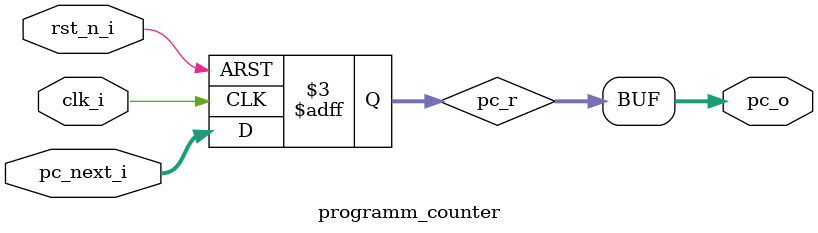
<source format=sv>
module programm_counter
(
    input               clk_i           ,
    input               rst_n_i         ,
    input   [31:0]      pc_next_i       ,
    output  [31:0]      pc_o            
);

reg [31:0]  pc_r;

always_ff@(posedge clk_i, negedge rst_n_i) 
begin
    if(!rst_n_i)
        pc_r[31:0] <= 32'h0;
    else 
        pc_r[31:0] <= pc_next_i[31:0];
end

assign pc_o[31:0] = pc_r[31:0];

endmodule 
</source>
